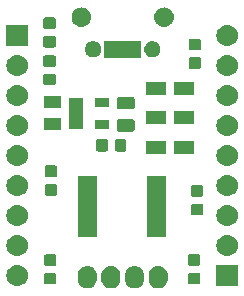
<source format=gts>
G04 #@! TF.GenerationSoftware,KiCad,Pcbnew,(5.1.2)-1*
G04 #@! TF.CreationDate,2022-09-21T22:05:37+09:00*
G04 #@! TF.ProjectId,converter,636f6e76-6572-4746-9572-2e6b69636164,v2.0*
G04 #@! TF.SameCoordinates,Original*
G04 #@! TF.FileFunction,Soldermask,Top*
G04 #@! TF.FilePolarity,Negative*
%FSLAX46Y46*%
G04 Gerber Fmt 4.6, Leading zero omitted, Abs format (unit mm)*
G04 Created by KiCad (PCBNEW (5.1.2)-1) date 2022-09-21 22:05:37*
%MOMM*%
%LPD*%
G04 APERTURE LIST*
%ADD10C,0.100000*%
G04 APERTURE END LIST*
D10*
G36*
X105159376Y-149060764D02*
G01*
X105312525Y-149107221D01*
X105312630Y-149107253D01*
X105453863Y-149182744D01*
X105577659Y-149284341D01*
X105679256Y-149408137D01*
X105754747Y-149549370D01*
X105754748Y-149549373D01*
X105801236Y-149702625D01*
X105813000Y-149822068D01*
X105813000Y-150177933D01*
X105801236Y-150297376D01*
X105781332Y-150362991D01*
X105754747Y-150450630D01*
X105679256Y-150591863D01*
X105577659Y-150715659D01*
X105453863Y-150817256D01*
X105312629Y-150892747D01*
X105312626Y-150892748D01*
X105159375Y-150939236D01*
X105000000Y-150954933D01*
X104840624Y-150939236D01*
X104687373Y-150892748D01*
X104687370Y-150892747D01*
X104546137Y-150817256D01*
X104422341Y-150715659D01*
X104320744Y-150591863D01*
X104245253Y-150450629D01*
X104231533Y-150405401D01*
X104198764Y-150297375D01*
X104190921Y-150217746D01*
X104187000Y-150177933D01*
X104187000Y-149822066D01*
X104198421Y-149706110D01*
X104198764Y-149702624D01*
X104245252Y-149549373D01*
X104245253Y-149549370D01*
X104320744Y-149408137D01*
X104422341Y-149284341D01*
X104546137Y-149182744D01*
X104687371Y-149107253D01*
X104687476Y-149107221D01*
X104840625Y-149060764D01*
X105000000Y-149045067D01*
X105159376Y-149060764D01*
X105159376Y-149060764D01*
G37*
G36*
X107159376Y-149060764D02*
G01*
X107312525Y-149107221D01*
X107312630Y-149107253D01*
X107453863Y-149182744D01*
X107577659Y-149284341D01*
X107679256Y-149408137D01*
X107754747Y-149549370D01*
X107754748Y-149549373D01*
X107801236Y-149702625D01*
X107813000Y-149822068D01*
X107813000Y-150177933D01*
X107801236Y-150297376D01*
X107781332Y-150362991D01*
X107754747Y-150450630D01*
X107679256Y-150591863D01*
X107577659Y-150715659D01*
X107453863Y-150817256D01*
X107312629Y-150892747D01*
X107312626Y-150892748D01*
X107159375Y-150939236D01*
X107000000Y-150954933D01*
X106840624Y-150939236D01*
X106687373Y-150892748D01*
X106687370Y-150892747D01*
X106546137Y-150817256D01*
X106422341Y-150715659D01*
X106320744Y-150591863D01*
X106245253Y-150450629D01*
X106231533Y-150405401D01*
X106198764Y-150297375D01*
X106190921Y-150217746D01*
X106187000Y-150177933D01*
X106187000Y-149822066D01*
X106198421Y-149706110D01*
X106198764Y-149702624D01*
X106245252Y-149549373D01*
X106245253Y-149549370D01*
X106320744Y-149408137D01*
X106422341Y-149284341D01*
X106546137Y-149182744D01*
X106687371Y-149107253D01*
X106687476Y-149107221D01*
X106840625Y-149060764D01*
X107000000Y-149045067D01*
X107159376Y-149060764D01*
X107159376Y-149060764D01*
G37*
G36*
X111159376Y-149060764D02*
G01*
X111312525Y-149107221D01*
X111312630Y-149107253D01*
X111453863Y-149182744D01*
X111577659Y-149284341D01*
X111679256Y-149408137D01*
X111754747Y-149549370D01*
X111754748Y-149549373D01*
X111801236Y-149702625D01*
X111813000Y-149822068D01*
X111813000Y-150177933D01*
X111801236Y-150297376D01*
X111781332Y-150362991D01*
X111754747Y-150450630D01*
X111679256Y-150591863D01*
X111577659Y-150715659D01*
X111453863Y-150817256D01*
X111312629Y-150892747D01*
X111312626Y-150892748D01*
X111159375Y-150939236D01*
X111000000Y-150954933D01*
X110840624Y-150939236D01*
X110687373Y-150892748D01*
X110687370Y-150892747D01*
X110546137Y-150817256D01*
X110422341Y-150715659D01*
X110320744Y-150591863D01*
X110245253Y-150450629D01*
X110231533Y-150405401D01*
X110198764Y-150297375D01*
X110190921Y-150217746D01*
X110187000Y-150177933D01*
X110187000Y-149822066D01*
X110198421Y-149706110D01*
X110198764Y-149702624D01*
X110245252Y-149549373D01*
X110245253Y-149549370D01*
X110320744Y-149408137D01*
X110422341Y-149284341D01*
X110546137Y-149182744D01*
X110687371Y-149107253D01*
X110687476Y-149107221D01*
X110840625Y-149060764D01*
X111000000Y-149045067D01*
X111159376Y-149060764D01*
X111159376Y-149060764D01*
G37*
G36*
X109159376Y-149060764D02*
G01*
X109312525Y-149107221D01*
X109312630Y-149107253D01*
X109453863Y-149182744D01*
X109577659Y-149284341D01*
X109679256Y-149408137D01*
X109754747Y-149549370D01*
X109754748Y-149549373D01*
X109801236Y-149702625D01*
X109813000Y-149822068D01*
X109813000Y-150177933D01*
X109801236Y-150297376D01*
X109781332Y-150362991D01*
X109754747Y-150450630D01*
X109679256Y-150591863D01*
X109577659Y-150715659D01*
X109453863Y-150817256D01*
X109312629Y-150892747D01*
X109312626Y-150892748D01*
X109159375Y-150939236D01*
X109000000Y-150954933D01*
X108840624Y-150939236D01*
X108687373Y-150892748D01*
X108687370Y-150892747D01*
X108546137Y-150817256D01*
X108422341Y-150715659D01*
X108320744Y-150591863D01*
X108245253Y-150450629D01*
X108231533Y-150405401D01*
X108198764Y-150297375D01*
X108190921Y-150217746D01*
X108187000Y-150177933D01*
X108187000Y-149822066D01*
X108198421Y-149706110D01*
X108198764Y-149702624D01*
X108245252Y-149549373D01*
X108245253Y-149549370D01*
X108320744Y-149408137D01*
X108422341Y-149284341D01*
X108546137Y-149182744D01*
X108687371Y-149107253D01*
X108687476Y-149107221D01*
X108840625Y-149060764D01*
X109000000Y-149045067D01*
X109159376Y-149060764D01*
X109159376Y-149060764D01*
G37*
G36*
X99170443Y-148965519D02*
G01*
X99236627Y-148972037D01*
X99406466Y-149023557D01*
X99562991Y-149107222D01*
X99598729Y-149136552D01*
X99700186Y-149219814D01*
X99783448Y-149321271D01*
X99812778Y-149357009D01*
X99896443Y-149513534D01*
X99947963Y-149683373D01*
X99965359Y-149860000D01*
X99947963Y-150036627D01*
X99896443Y-150206466D01*
X99812778Y-150362991D01*
X99795741Y-150383750D01*
X99700186Y-150500186D01*
X99614061Y-150570866D01*
X99562991Y-150612778D01*
X99406466Y-150696443D01*
X99236627Y-150747963D01*
X99170443Y-150754481D01*
X99104260Y-150761000D01*
X99015740Y-150761000D01*
X98949557Y-150754481D01*
X98883373Y-150747963D01*
X98713534Y-150696443D01*
X98557009Y-150612778D01*
X98505939Y-150570866D01*
X98419814Y-150500186D01*
X98324259Y-150383750D01*
X98307222Y-150362991D01*
X98223557Y-150206466D01*
X98172037Y-150036627D01*
X98154641Y-149860000D01*
X98172037Y-149683373D01*
X98223557Y-149513534D01*
X98307222Y-149357009D01*
X98336552Y-149321271D01*
X98419814Y-149219814D01*
X98521271Y-149136552D01*
X98557009Y-149107222D01*
X98713534Y-149023557D01*
X98883373Y-148972037D01*
X98949557Y-148965519D01*
X99015740Y-148959000D01*
X99104260Y-148959000D01*
X99170443Y-148965519D01*
X99170443Y-148965519D01*
G37*
G36*
X117741000Y-150761000D02*
G01*
X115939000Y-150761000D01*
X115939000Y-148959000D01*
X117741000Y-148959000D01*
X117741000Y-150761000D01*
X117741000Y-150761000D01*
G37*
G36*
X102233591Y-149655085D02*
G01*
X102267569Y-149665393D01*
X102298890Y-149682134D01*
X102326339Y-149704661D01*
X102348866Y-149732110D01*
X102365607Y-149763431D01*
X102375915Y-149797409D01*
X102380000Y-149838890D01*
X102380000Y-150440110D01*
X102375915Y-150481591D01*
X102365607Y-150515569D01*
X102348866Y-150546890D01*
X102326339Y-150574339D01*
X102298890Y-150596866D01*
X102267569Y-150613607D01*
X102233591Y-150623915D01*
X102192110Y-150628000D01*
X101515890Y-150628000D01*
X101474409Y-150623915D01*
X101440431Y-150613607D01*
X101409110Y-150596866D01*
X101381661Y-150574339D01*
X101359134Y-150546890D01*
X101342393Y-150515569D01*
X101332085Y-150481591D01*
X101328000Y-150440110D01*
X101328000Y-149838890D01*
X101332085Y-149797409D01*
X101342393Y-149763431D01*
X101359134Y-149732110D01*
X101381661Y-149704661D01*
X101409110Y-149682134D01*
X101440431Y-149665393D01*
X101474409Y-149655085D01*
X101515890Y-149651000D01*
X102192110Y-149651000D01*
X102233591Y-149655085D01*
X102233591Y-149655085D01*
G37*
G36*
X114425591Y-149629085D02*
G01*
X114459569Y-149639393D01*
X114490890Y-149656134D01*
X114518339Y-149678661D01*
X114540866Y-149706110D01*
X114557607Y-149737431D01*
X114567915Y-149771409D01*
X114572000Y-149812890D01*
X114572000Y-150414110D01*
X114567915Y-150455591D01*
X114557607Y-150489569D01*
X114540866Y-150520890D01*
X114518339Y-150548339D01*
X114490890Y-150570866D01*
X114459569Y-150587607D01*
X114425591Y-150597915D01*
X114384110Y-150602000D01*
X113707890Y-150602000D01*
X113666409Y-150597915D01*
X113632431Y-150587607D01*
X113601110Y-150570866D01*
X113573661Y-150548339D01*
X113551134Y-150520890D01*
X113534393Y-150489569D01*
X113524085Y-150455591D01*
X113520000Y-150414110D01*
X113520000Y-149812890D01*
X113524085Y-149771409D01*
X113534393Y-149737431D01*
X113551134Y-149706110D01*
X113573661Y-149678661D01*
X113601110Y-149656134D01*
X113632431Y-149639393D01*
X113666409Y-149629085D01*
X113707890Y-149625000D01*
X114384110Y-149625000D01*
X114425591Y-149629085D01*
X114425591Y-149629085D01*
G37*
G36*
X102233591Y-148080085D02*
G01*
X102267569Y-148090393D01*
X102298890Y-148107134D01*
X102326339Y-148129661D01*
X102348866Y-148157110D01*
X102365607Y-148188431D01*
X102375915Y-148222409D01*
X102380000Y-148263890D01*
X102380000Y-148865110D01*
X102375915Y-148906591D01*
X102365607Y-148940569D01*
X102348866Y-148971890D01*
X102326339Y-148999339D01*
X102298890Y-149021866D01*
X102267569Y-149038607D01*
X102233591Y-149048915D01*
X102192110Y-149053000D01*
X101515890Y-149053000D01*
X101474409Y-149048915D01*
X101440431Y-149038607D01*
X101409110Y-149021866D01*
X101381661Y-148999339D01*
X101359134Y-148971890D01*
X101342393Y-148940569D01*
X101332085Y-148906591D01*
X101328000Y-148865110D01*
X101328000Y-148263890D01*
X101332085Y-148222409D01*
X101342393Y-148188431D01*
X101359134Y-148157110D01*
X101381661Y-148129661D01*
X101409110Y-148107134D01*
X101440431Y-148090393D01*
X101474409Y-148080085D01*
X101515890Y-148076000D01*
X102192110Y-148076000D01*
X102233591Y-148080085D01*
X102233591Y-148080085D01*
G37*
G36*
X114425591Y-148054085D02*
G01*
X114459569Y-148064393D01*
X114490890Y-148081134D01*
X114518339Y-148103661D01*
X114540866Y-148131110D01*
X114557607Y-148162431D01*
X114567915Y-148196409D01*
X114572000Y-148237890D01*
X114572000Y-148839110D01*
X114567915Y-148880591D01*
X114557607Y-148914569D01*
X114540866Y-148945890D01*
X114518339Y-148973339D01*
X114490890Y-148995866D01*
X114459569Y-149012607D01*
X114425591Y-149022915D01*
X114384110Y-149027000D01*
X113707890Y-149027000D01*
X113666409Y-149022915D01*
X113632431Y-149012607D01*
X113601110Y-148995866D01*
X113573661Y-148973339D01*
X113551134Y-148945890D01*
X113534393Y-148914569D01*
X113524085Y-148880591D01*
X113520000Y-148839110D01*
X113520000Y-148237890D01*
X113524085Y-148196409D01*
X113534393Y-148162431D01*
X113551134Y-148131110D01*
X113573661Y-148103661D01*
X113601110Y-148081134D01*
X113632431Y-148064393D01*
X113666409Y-148054085D01*
X113707890Y-148050000D01*
X114384110Y-148050000D01*
X114425591Y-148054085D01*
X114425591Y-148054085D01*
G37*
G36*
X116950442Y-146425518D02*
G01*
X117016627Y-146432037D01*
X117186466Y-146483557D01*
X117342991Y-146567222D01*
X117345157Y-146569000D01*
X117480186Y-146679814D01*
X117563448Y-146781271D01*
X117592778Y-146817009D01*
X117676443Y-146973534D01*
X117727963Y-147143373D01*
X117745359Y-147320000D01*
X117727963Y-147496627D01*
X117676443Y-147666466D01*
X117592778Y-147822991D01*
X117563448Y-147858729D01*
X117480186Y-147960186D01*
X117378729Y-148043448D01*
X117342991Y-148072778D01*
X117186466Y-148156443D01*
X117016627Y-148207963D01*
X116950442Y-148214482D01*
X116884260Y-148221000D01*
X116795740Y-148221000D01*
X116729558Y-148214482D01*
X116663373Y-148207963D01*
X116493534Y-148156443D01*
X116337009Y-148072778D01*
X116301271Y-148043448D01*
X116199814Y-147960186D01*
X116116552Y-147858729D01*
X116087222Y-147822991D01*
X116003557Y-147666466D01*
X115952037Y-147496627D01*
X115934641Y-147320000D01*
X115952037Y-147143373D01*
X116003557Y-146973534D01*
X116087222Y-146817009D01*
X116116552Y-146781271D01*
X116199814Y-146679814D01*
X116334843Y-146569000D01*
X116337009Y-146567222D01*
X116493534Y-146483557D01*
X116663373Y-146432037D01*
X116729558Y-146425518D01*
X116795740Y-146419000D01*
X116884260Y-146419000D01*
X116950442Y-146425518D01*
X116950442Y-146425518D01*
G37*
G36*
X99170442Y-146425518D02*
G01*
X99236627Y-146432037D01*
X99406466Y-146483557D01*
X99562991Y-146567222D01*
X99565157Y-146569000D01*
X99700186Y-146679814D01*
X99783448Y-146781271D01*
X99812778Y-146817009D01*
X99896443Y-146973534D01*
X99947963Y-147143373D01*
X99965359Y-147320000D01*
X99947963Y-147496627D01*
X99896443Y-147666466D01*
X99812778Y-147822991D01*
X99783448Y-147858729D01*
X99700186Y-147960186D01*
X99598729Y-148043448D01*
X99562991Y-148072778D01*
X99406466Y-148156443D01*
X99236627Y-148207963D01*
X99170442Y-148214482D01*
X99104260Y-148221000D01*
X99015740Y-148221000D01*
X98949558Y-148214482D01*
X98883373Y-148207963D01*
X98713534Y-148156443D01*
X98557009Y-148072778D01*
X98521271Y-148043448D01*
X98419814Y-147960186D01*
X98336552Y-147858729D01*
X98307222Y-147822991D01*
X98223557Y-147666466D01*
X98172037Y-147496627D01*
X98154641Y-147320000D01*
X98172037Y-147143373D01*
X98223557Y-146973534D01*
X98307222Y-146817009D01*
X98336552Y-146781271D01*
X98419814Y-146679814D01*
X98554843Y-146569000D01*
X98557009Y-146567222D01*
X98713534Y-146483557D01*
X98883373Y-146432037D01*
X98949558Y-146425518D01*
X99015740Y-146419000D01*
X99104260Y-146419000D01*
X99170442Y-146425518D01*
X99170442Y-146425518D01*
G37*
G36*
X111701000Y-146569000D02*
G01*
X110099000Y-146569000D01*
X110099000Y-141467000D01*
X111701000Y-141467000D01*
X111701000Y-146569000D01*
X111701000Y-146569000D01*
G37*
G36*
X105801000Y-146569000D02*
G01*
X104199000Y-146569000D01*
X104199000Y-141467000D01*
X105801000Y-141467000D01*
X105801000Y-146569000D01*
X105801000Y-146569000D01*
G37*
G36*
X99170443Y-143885519D02*
G01*
X99236627Y-143892037D01*
X99406466Y-143943557D01*
X99406468Y-143943558D01*
X99481379Y-143983599D01*
X99562991Y-144027222D01*
X99598729Y-144056552D01*
X99700186Y-144139814D01*
X99783448Y-144241271D01*
X99812778Y-144277009D01*
X99896443Y-144433534D01*
X99947963Y-144603373D01*
X99965359Y-144780000D01*
X99947963Y-144956627D01*
X99896443Y-145126466D01*
X99812778Y-145282991D01*
X99783448Y-145318729D01*
X99700186Y-145420186D01*
X99598729Y-145503448D01*
X99562991Y-145532778D01*
X99406466Y-145616443D01*
X99236627Y-145667963D01*
X99170443Y-145674481D01*
X99104260Y-145681000D01*
X99015740Y-145681000D01*
X98949557Y-145674481D01*
X98883373Y-145667963D01*
X98713534Y-145616443D01*
X98557009Y-145532778D01*
X98521271Y-145503448D01*
X98419814Y-145420186D01*
X98336552Y-145318729D01*
X98307222Y-145282991D01*
X98223557Y-145126466D01*
X98172037Y-144956627D01*
X98154641Y-144780000D01*
X98172037Y-144603373D01*
X98223557Y-144433534D01*
X98307222Y-144277009D01*
X98336552Y-144241271D01*
X98419814Y-144139814D01*
X98521271Y-144056552D01*
X98557009Y-144027222D01*
X98638621Y-143983599D01*
X98713532Y-143943558D01*
X98713534Y-143943557D01*
X98883373Y-143892037D01*
X98949557Y-143885519D01*
X99015740Y-143879000D01*
X99104260Y-143879000D01*
X99170443Y-143885519D01*
X99170443Y-143885519D01*
G37*
G36*
X116950443Y-143885519D02*
G01*
X117016627Y-143892037D01*
X117186466Y-143943557D01*
X117186468Y-143943558D01*
X117261379Y-143983599D01*
X117342991Y-144027222D01*
X117378729Y-144056552D01*
X117480186Y-144139814D01*
X117563448Y-144241271D01*
X117592778Y-144277009D01*
X117676443Y-144433534D01*
X117727963Y-144603373D01*
X117745359Y-144780000D01*
X117727963Y-144956627D01*
X117676443Y-145126466D01*
X117592778Y-145282991D01*
X117563448Y-145318729D01*
X117480186Y-145420186D01*
X117378729Y-145503448D01*
X117342991Y-145532778D01*
X117186466Y-145616443D01*
X117016627Y-145667963D01*
X116950443Y-145674481D01*
X116884260Y-145681000D01*
X116795740Y-145681000D01*
X116729557Y-145674481D01*
X116663373Y-145667963D01*
X116493534Y-145616443D01*
X116337009Y-145532778D01*
X116301271Y-145503448D01*
X116199814Y-145420186D01*
X116116552Y-145318729D01*
X116087222Y-145282991D01*
X116003557Y-145126466D01*
X115952037Y-144956627D01*
X115934641Y-144780000D01*
X115952037Y-144603373D01*
X116003557Y-144433534D01*
X116087222Y-144277009D01*
X116116552Y-144241271D01*
X116199814Y-144139814D01*
X116301271Y-144056552D01*
X116337009Y-144027222D01*
X116418621Y-143983599D01*
X116493532Y-143943558D01*
X116493534Y-143943557D01*
X116663373Y-143892037D01*
X116729557Y-143885519D01*
X116795740Y-143879000D01*
X116884260Y-143879000D01*
X116950443Y-143885519D01*
X116950443Y-143885519D01*
G37*
G36*
X114679591Y-143791085D02*
G01*
X114713569Y-143801393D01*
X114744890Y-143818134D01*
X114772339Y-143840661D01*
X114794866Y-143868110D01*
X114811607Y-143899431D01*
X114821915Y-143933409D01*
X114826000Y-143974890D01*
X114826000Y-144576110D01*
X114821915Y-144617591D01*
X114811607Y-144651569D01*
X114794866Y-144682890D01*
X114772339Y-144710339D01*
X114744890Y-144732866D01*
X114713569Y-144749607D01*
X114679591Y-144759915D01*
X114638110Y-144764000D01*
X113961890Y-144764000D01*
X113920409Y-144759915D01*
X113886431Y-144749607D01*
X113855110Y-144732866D01*
X113827661Y-144710339D01*
X113805134Y-144682890D01*
X113788393Y-144651569D01*
X113778085Y-144617591D01*
X113774000Y-144576110D01*
X113774000Y-143974890D01*
X113778085Y-143933409D01*
X113788393Y-143899431D01*
X113805134Y-143868110D01*
X113827661Y-143840661D01*
X113855110Y-143818134D01*
X113886431Y-143801393D01*
X113920409Y-143791085D01*
X113961890Y-143787000D01*
X114638110Y-143787000D01*
X114679591Y-143791085D01*
X114679591Y-143791085D01*
G37*
G36*
X114679591Y-142216085D02*
G01*
X114713569Y-142226393D01*
X114744890Y-142243134D01*
X114772339Y-142265661D01*
X114794866Y-142293110D01*
X114811607Y-142324431D01*
X114821915Y-142358409D01*
X114826000Y-142399890D01*
X114826000Y-143001110D01*
X114821915Y-143042591D01*
X114811607Y-143076569D01*
X114794866Y-143107890D01*
X114772339Y-143135339D01*
X114744890Y-143157866D01*
X114713569Y-143174607D01*
X114679591Y-143184915D01*
X114638110Y-143189000D01*
X113961890Y-143189000D01*
X113920409Y-143184915D01*
X113886431Y-143174607D01*
X113855110Y-143157866D01*
X113827661Y-143135339D01*
X113805134Y-143107890D01*
X113788393Y-143076569D01*
X113778085Y-143042591D01*
X113774000Y-143001110D01*
X113774000Y-142399890D01*
X113778085Y-142358409D01*
X113788393Y-142324431D01*
X113805134Y-142293110D01*
X113827661Y-142265661D01*
X113855110Y-142243134D01*
X113886431Y-142226393D01*
X113920409Y-142216085D01*
X113961890Y-142212000D01*
X114638110Y-142212000D01*
X114679591Y-142216085D01*
X114679591Y-142216085D01*
G37*
G36*
X116950442Y-141345518D02*
G01*
X117016627Y-141352037D01*
X117186466Y-141403557D01*
X117186468Y-141403558D01*
X117258181Y-141441890D01*
X117342991Y-141487222D01*
X117378729Y-141516552D01*
X117480186Y-141599814D01*
X117563448Y-141701271D01*
X117592778Y-141737009D01*
X117676443Y-141893534D01*
X117727963Y-142063373D01*
X117745359Y-142240000D01*
X117727963Y-142416627D01*
X117676443Y-142586466D01*
X117592778Y-142742991D01*
X117573074Y-142767000D01*
X117480186Y-142880186D01*
X117393177Y-142951591D01*
X117342991Y-142992778D01*
X117186466Y-143076443D01*
X117016627Y-143127963D01*
X116950443Y-143134481D01*
X116884260Y-143141000D01*
X116795740Y-143141000D01*
X116729557Y-143134481D01*
X116663373Y-143127963D01*
X116493534Y-143076443D01*
X116337009Y-142992778D01*
X116286823Y-142951591D01*
X116199814Y-142880186D01*
X116106926Y-142767000D01*
X116087222Y-142742991D01*
X116003557Y-142586466D01*
X115952037Y-142416627D01*
X115934641Y-142240000D01*
X115952037Y-142063373D01*
X116003557Y-141893534D01*
X116087222Y-141737009D01*
X116116552Y-141701271D01*
X116199814Y-141599814D01*
X116301271Y-141516552D01*
X116337009Y-141487222D01*
X116421819Y-141441890D01*
X116493532Y-141403558D01*
X116493534Y-141403557D01*
X116663373Y-141352037D01*
X116729558Y-141345518D01*
X116795740Y-141339000D01*
X116884260Y-141339000D01*
X116950442Y-141345518D01*
X116950442Y-141345518D01*
G37*
G36*
X99170442Y-141345518D02*
G01*
X99236627Y-141352037D01*
X99406466Y-141403557D01*
X99406468Y-141403558D01*
X99478181Y-141441890D01*
X99562991Y-141487222D01*
X99598729Y-141516552D01*
X99700186Y-141599814D01*
X99783448Y-141701271D01*
X99812778Y-141737009D01*
X99896443Y-141893534D01*
X99947963Y-142063373D01*
X99965359Y-142240000D01*
X99947963Y-142416627D01*
X99896443Y-142586466D01*
X99812778Y-142742991D01*
X99793074Y-142767000D01*
X99700186Y-142880186D01*
X99613177Y-142951591D01*
X99562991Y-142992778D01*
X99406466Y-143076443D01*
X99236627Y-143127963D01*
X99170443Y-143134481D01*
X99104260Y-143141000D01*
X99015740Y-143141000D01*
X98949557Y-143134481D01*
X98883373Y-143127963D01*
X98713534Y-143076443D01*
X98557009Y-142992778D01*
X98506823Y-142951591D01*
X98419814Y-142880186D01*
X98326926Y-142767000D01*
X98307222Y-142742991D01*
X98223557Y-142586466D01*
X98172037Y-142416627D01*
X98154641Y-142240000D01*
X98172037Y-142063373D01*
X98223557Y-141893534D01*
X98307222Y-141737009D01*
X98336552Y-141701271D01*
X98419814Y-141599814D01*
X98521271Y-141516552D01*
X98557009Y-141487222D01*
X98641819Y-141441890D01*
X98713532Y-141403558D01*
X98713534Y-141403557D01*
X98883373Y-141352037D01*
X98949558Y-141345518D01*
X99015740Y-141339000D01*
X99104260Y-141339000D01*
X99170442Y-141345518D01*
X99170442Y-141345518D01*
G37*
G36*
X102303591Y-142125085D02*
G01*
X102337569Y-142135393D01*
X102368890Y-142152134D01*
X102396339Y-142174661D01*
X102418866Y-142202110D01*
X102435607Y-142233431D01*
X102445915Y-142267409D01*
X102450000Y-142308890D01*
X102450000Y-142910110D01*
X102445915Y-142951591D01*
X102435607Y-142985569D01*
X102418866Y-143016890D01*
X102396339Y-143044339D01*
X102368890Y-143066866D01*
X102337569Y-143083607D01*
X102303591Y-143093915D01*
X102262110Y-143098000D01*
X101585890Y-143098000D01*
X101544409Y-143093915D01*
X101510431Y-143083607D01*
X101479110Y-143066866D01*
X101451661Y-143044339D01*
X101429134Y-143016890D01*
X101412393Y-142985569D01*
X101402085Y-142951591D01*
X101398000Y-142910110D01*
X101398000Y-142308890D01*
X101402085Y-142267409D01*
X101412393Y-142233431D01*
X101429134Y-142202110D01*
X101451661Y-142174661D01*
X101479110Y-142152134D01*
X101510431Y-142135393D01*
X101544409Y-142125085D01*
X101585890Y-142121000D01*
X102262110Y-142121000D01*
X102303591Y-142125085D01*
X102303591Y-142125085D01*
G37*
G36*
X102303591Y-140550085D02*
G01*
X102337569Y-140560393D01*
X102368890Y-140577134D01*
X102396339Y-140599661D01*
X102418866Y-140627110D01*
X102435607Y-140658431D01*
X102445915Y-140692409D01*
X102450000Y-140733890D01*
X102450000Y-141335110D01*
X102445915Y-141376591D01*
X102435607Y-141410569D01*
X102418866Y-141441890D01*
X102396339Y-141469339D01*
X102368890Y-141491866D01*
X102337569Y-141508607D01*
X102303591Y-141518915D01*
X102262110Y-141523000D01*
X101585890Y-141523000D01*
X101544409Y-141518915D01*
X101510431Y-141508607D01*
X101479110Y-141491866D01*
X101451661Y-141469339D01*
X101429134Y-141441890D01*
X101412393Y-141410569D01*
X101402085Y-141376591D01*
X101398000Y-141335110D01*
X101398000Y-140733890D01*
X101402085Y-140692409D01*
X101412393Y-140658431D01*
X101429134Y-140627110D01*
X101451661Y-140599661D01*
X101479110Y-140577134D01*
X101510431Y-140560393D01*
X101544409Y-140550085D01*
X101585890Y-140546000D01*
X102262110Y-140546000D01*
X102303591Y-140550085D01*
X102303591Y-140550085D01*
G37*
G36*
X99170442Y-138805518D02*
G01*
X99236627Y-138812037D01*
X99406466Y-138863557D01*
X99562991Y-138947222D01*
X99598729Y-138976552D01*
X99700186Y-139059814D01*
X99783448Y-139161271D01*
X99812778Y-139197009D01*
X99896443Y-139353534D01*
X99947963Y-139523373D01*
X99965359Y-139700000D01*
X99947963Y-139876627D01*
X99896443Y-140046466D01*
X99812778Y-140202991D01*
X99783448Y-140238729D01*
X99700186Y-140340186D01*
X99598729Y-140423448D01*
X99562991Y-140452778D01*
X99406466Y-140536443D01*
X99236627Y-140587963D01*
X99170442Y-140594482D01*
X99104260Y-140601000D01*
X99015740Y-140601000D01*
X98949558Y-140594482D01*
X98883373Y-140587963D01*
X98713534Y-140536443D01*
X98557009Y-140452778D01*
X98521271Y-140423448D01*
X98419814Y-140340186D01*
X98336552Y-140238729D01*
X98307222Y-140202991D01*
X98223557Y-140046466D01*
X98172037Y-139876627D01*
X98154641Y-139700000D01*
X98172037Y-139523373D01*
X98223557Y-139353534D01*
X98307222Y-139197009D01*
X98336552Y-139161271D01*
X98419814Y-139059814D01*
X98521271Y-138976552D01*
X98557009Y-138947222D01*
X98713534Y-138863557D01*
X98883373Y-138812037D01*
X98949558Y-138805518D01*
X99015740Y-138799000D01*
X99104260Y-138799000D01*
X99170442Y-138805518D01*
X99170442Y-138805518D01*
G37*
G36*
X116950442Y-138805518D02*
G01*
X117016627Y-138812037D01*
X117186466Y-138863557D01*
X117342991Y-138947222D01*
X117378729Y-138976552D01*
X117480186Y-139059814D01*
X117563448Y-139161271D01*
X117592778Y-139197009D01*
X117676443Y-139353534D01*
X117727963Y-139523373D01*
X117745359Y-139700000D01*
X117727963Y-139876627D01*
X117676443Y-140046466D01*
X117592778Y-140202991D01*
X117563448Y-140238729D01*
X117480186Y-140340186D01*
X117378729Y-140423448D01*
X117342991Y-140452778D01*
X117186466Y-140536443D01*
X117016627Y-140587963D01*
X116950442Y-140594482D01*
X116884260Y-140601000D01*
X116795740Y-140601000D01*
X116729558Y-140594482D01*
X116663373Y-140587963D01*
X116493534Y-140536443D01*
X116337009Y-140452778D01*
X116301271Y-140423448D01*
X116199814Y-140340186D01*
X116116552Y-140238729D01*
X116087222Y-140202991D01*
X116003557Y-140046466D01*
X115952037Y-139876627D01*
X115934641Y-139700000D01*
X115952037Y-139523373D01*
X116003557Y-139353534D01*
X116087222Y-139197009D01*
X116116552Y-139161271D01*
X116199814Y-139059814D01*
X116301271Y-138976552D01*
X116337009Y-138947222D01*
X116493534Y-138863557D01*
X116663373Y-138812037D01*
X116729558Y-138805518D01*
X116795740Y-138799000D01*
X116884260Y-138799000D01*
X116950442Y-138805518D01*
X116950442Y-138805518D01*
G37*
G36*
X114051000Y-139551000D02*
G01*
X112349000Y-139551000D01*
X112349000Y-138449000D01*
X114051000Y-138449000D01*
X114051000Y-139551000D01*
X114051000Y-139551000D01*
G37*
G36*
X111651000Y-139551000D02*
G01*
X109949000Y-139551000D01*
X109949000Y-138449000D01*
X111651000Y-138449000D01*
X111651000Y-139551000D01*
X111651000Y-139551000D01*
G37*
G36*
X108171591Y-138324085D02*
G01*
X108205569Y-138334393D01*
X108236890Y-138351134D01*
X108264339Y-138373661D01*
X108286866Y-138401110D01*
X108303607Y-138432431D01*
X108313915Y-138466409D01*
X108318000Y-138507890D01*
X108318000Y-139184110D01*
X108313915Y-139225591D01*
X108303607Y-139259569D01*
X108286866Y-139290890D01*
X108264339Y-139318339D01*
X108236890Y-139340866D01*
X108205569Y-139357607D01*
X108171591Y-139367915D01*
X108130110Y-139372000D01*
X107528890Y-139372000D01*
X107487409Y-139367915D01*
X107453431Y-139357607D01*
X107422110Y-139340866D01*
X107394661Y-139318339D01*
X107372134Y-139290890D01*
X107355393Y-139259569D01*
X107345085Y-139225591D01*
X107341000Y-139184110D01*
X107341000Y-138507890D01*
X107345085Y-138466409D01*
X107355393Y-138432431D01*
X107372134Y-138401110D01*
X107394661Y-138373661D01*
X107422110Y-138351134D01*
X107453431Y-138334393D01*
X107487409Y-138324085D01*
X107528890Y-138320000D01*
X108130110Y-138320000D01*
X108171591Y-138324085D01*
X108171591Y-138324085D01*
G37*
G36*
X106596591Y-138324085D02*
G01*
X106630569Y-138334393D01*
X106661890Y-138351134D01*
X106689339Y-138373661D01*
X106711866Y-138401110D01*
X106728607Y-138432431D01*
X106738915Y-138466409D01*
X106743000Y-138507890D01*
X106743000Y-139184110D01*
X106738915Y-139225591D01*
X106728607Y-139259569D01*
X106711866Y-139290890D01*
X106689339Y-139318339D01*
X106661890Y-139340866D01*
X106630569Y-139357607D01*
X106596591Y-139367915D01*
X106555110Y-139372000D01*
X105953890Y-139372000D01*
X105912409Y-139367915D01*
X105878431Y-139357607D01*
X105847110Y-139340866D01*
X105819661Y-139318339D01*
X105797134Y-139290890D01*
X105780393Y-139259569D01*
X105770085Y-139225591D01*
X105766000Y-139184110D01*
X105766000Y-138507890D01*
X105770085Y-138466409D01*
X105780393Y-138432431D01*
X105797134Y-138401110D01*
X105819661Y-138373661D01*
X105847110Y-138351134D01*
X105878431Y-138334393D01*
X105912409Y-138324085D01*
X105953890Y-138320000D01*
X106555110Y-138320000D01*
X106596591Y-138324085D01*
X106596591Y-138324085D01*
G37*
G36*
X116950443Y-136265519D02*
G01*
X117016627Y-136272037D01*
X117186466Y-136323557D01*
X117342991Y-136407222D01*
X117378729Y-136436552D01*
X117480186Y-136519814D01*
X117555483Y-136611565D01*
X117592778Y-136657009D01*
X117676443Y-136813534D01*
X117727963Y-136983373D01*
X117745359Y-137160000D01*
X117727963Y-137336627D01*
X117676443Y-137506466D01*
X117592778Y-137662991D01*
X117575536Y-137684000D01*
X117480186Y-137800186D01*
X117378729Y-137883448D01*
X117342991Y-137912778D01*
X117186466Y-137996443D01*
X117016627Y-138047963D01*
X116950442Y-138054482D01*
X116884260Y-138061000D01*
X116795740Y-138061000D01*
X116729558Y-138054482D01*
X116663373Y-138047963D01*
X116493534Y-137996443D01*
X116337009Y-137912778D01*
X116301271Y-137883448D01*
X116199814Y-137800186D01*
X116104464Y-137684000D01*
X116087222Y-137662991D01*
X116003557Y-137506466D01*
X115952037Y-137336627D01*
X115934641Y-137160000D01*
X115952037Y-136983373D01*
X116003557Y-136813534D01*
X116087222Y-136657009D01*
X116124517Y-136611565D01*
X116199814Y-136519814D01*
X116301271Y-136436552D01*
X116337009Y-136407222D01*
X116493534Y-136323557D01*
X116663373Y-136272037D01*
X116729557Y-136265519D01*
X116795740Y-136259000D01*
X116884260Y-136259000D01*
X116950443Y-136265519D01*
X116950443Y-136265519D01*
G37*
G36*
X99170443Y-136265519D02*
G01*
X99236627Y-136272037D01*
X99406466Y-136323557D01*
X99562991Y-136407222D01*
X99598729Y-136436552D01*
X99700186Y-136519814D01*
X99775483Y-136611565D01*
X99812778Y-136657009D01*
X99896443Y-136813534D01*
X99947963Y-136983373D01*
X99965359Y-137160000D01*
X99947963Y-137336627D01*
X99896443Y-137506466D01*
X99812778Y-137662991D01*
X99795536Y-137684000D01*
X99700186Y-137800186D01*
X99598729Y-137883448D01*
X99562991Y-137912778D01*
X99406466Y-137996443D01*
X99236627Y-138047963D01*
X99170442Y-138054482D01*
X99104260Y-138061000D01*
X99015740Y-138061000D01*
X98949558Y-138054482D01*
X98883373Y-138047963D01*
X98713534Y-137996443D01*
X98557009Y-137912778D01*
X98521271Y-137883448D01*
X98419814Y-137800186D01*
X98324464Y-137684000D01*
X98307222Y-137662991D01*
X98223557Y-137506466D01*
X98172037Y-137336627D01*
X98154641Y-137160000D01*
X98172037Y-136983373D01*
X98223557Y-136813534D01*
X98307222Y-136657009D01*
X98344517Y-136611565D01*
X98419814Y-136519814D01*
X98521271Y-136436552D01*
X98557009Y-136407222D01*
X98713534Y-136323557D01*
X98883373Y-136272037D01*
X98949557Y-136265519D01*
X99015740Y-136259000D01*
X99104260Y-136259000D01*
X99170443Y-136265519D01*
X99170443Y-136265519D01*
G37*
G36*
X108838468Y-136611565D02*
G01*
X108877138Y-136623296D01*
X108912777Y-136642346D01*
X108944017Y-136667983D01*
X108969654Y-136699223D01*
X108988704Y-136734862D01*
X109000435Y-136773532D01*
X109005000Y-136819888D01*
X109005000Y-137471112D01*
X109000435Y-137517468D01*
X108988704Y-137556138D01*
X108969654Y-137591777D01*
X108944017Y-137623017D01*
X108912777Y-137648654D01*
X108877138Y-137667704D01*
X108838468Y-137679435D01*
X108792112Y-137684000D01*
X107715888Y-137684000D01*
X107669532Y-137679435D01*
X107630862Y-137667704D01*
X107595223Y-137648654D01*
X107563983Y-137623017D01*
X107538346Y-137591777D01*
X107519296Y-137556138D01*
X107507565Y-137517468D01*
X107503000Y-137471112D01*
X107503000Y-136819888D01*
X107507565Y-136773532D01*
X107519296Y-136734862D01*
X107538346Y-136699223D01*
X107563983Y-136667983D01*
X107595223Y-136642346D01*
X107630862Y-136623296D01*
X107669532Y-136611565D01*
X107715888Y-136607000D01*
X108792112Y-136607000D01*
X108838468Y-136611565D01*
X108838468Y-136611565D01*
G37*
G36*
X102638468Y-136511565D02*
G01*
X102677138Y-136523296D01*
X102712777Y-136542346D01*
X102744017Y-136567983D01*
X102769654Y-136599223D01*
X102788704Y-136634862D01*
X102800435Y-136673532D01*
X102805000Y-136719888D01*
X102805000Y-137371112D01*
X102800435Y-137417468D01*
X102788704Y-137456138D01*
X102769654Y-137491777D01*
X102744017Y-137523017D01*
X102712777Y-137548654D01*
X102677138Y-137567704D01*
X102638468Y-137579435D01*
X102592112Y-137584000D01*
X101515888Y-137584000D01*
X101469532Y-137579435D01*
X101430862Y-137567704D01*
X101395223Y-137548654D01*
X101363983Y-137523017D01*
X101338346Y-137491777D01*
X101319296Y-137456138D01*
X101307565Y-137417468D01*
X101303000Y-137371112D01*
X101303000Y-136719888D01*
X101307565Y-136673532D01*
X101319296Y-136634862D01*
X101338346Y-136599223D01*
X101363983Y-136567983D01*
X101395223Y-136542346D01*
X101430862Y-136523296D01*
X101469532Y-136511565D01*
X101515888Y-136507000D01*
X102592112Y-136507000D01*
X102638468Y-136511565D01*
X102638468Y-136511565D01*
G37*
G36*
X106835000Y-137472000D02*
G01*
X105673000Y-137472000D01*
X105673000Y-136720000D01*
X106835000Y-136720000D01*
X106835000Y-137472000D01*
X106835000Y-137472000D01*
G37*
G36*
X104635000Y-137472000D02*
G01*
X103473000Y-137472000D01*
X103473000Y-134820000D01*
X104635000Y-134820000D01*
X104635000Y-137472000D01*
X104635000Y-137472000D01*
G37*
G36*
X114051000Y-137051000D02*
G01*
X112349000Y-137051000D01*
X112349000Y-135949000D01*
X114051000Y-135949000D01*
X114051000Y-137051000D01*
X114051000Y-137051000D01*
G37*
G36*
X111651000Y-137051000D02*
G01*
X109949000Y-137051000D01*
X109949000Y-135949000D01*
X111651000Y-135949000D01*
X111651000Y-137051000D01*
X111651000Y-137051000D01*
G37*
G36*
X108838468Y-134736565D02*
G01*
X108877138Y-134748296D01*
X108912777Y-134767346D01*
X108944017Y-134792983D01*
X108969654Y-134824223D01*
X108988704Y-134859862D01*
X109000435Y-134898532D01*
X109005000Y-134944888D01*
X109005000Y-135596112D01*
X109000435Y-135642468D01*
X108988704Y-135681138D01*
X108969654Y-135716777D01*
X108944017Y-135748017D01*
X108912777Y-135773654D01*
X108877138Y-135792704D01*
X108838468Y-135804435D01*
X108792112Y-135809000D01*
X107715888Y-135809000D01*
X107669532Y-135804435D01*
X107630862Y-135792704D01*
X107595223Y-135773654D01*
X107563983Y-135748017D01*
X107538346Y-135716777D01*
X107519296Y-135681138D01*
X107507565Y-135642468D01*
X107503000Y-135596112D01*
X107503000Y-134944888D01*
X107507565Y-134898532D01*
X107519296Y-134859862D01*
X107538346Y-134824223D01*
X107563983Y-134792983D01*
X107595223Y-134767346D01*
X107630862Y-134748296D01*
X107669532Y-134736565D01*
X107715888Y-134732000D01*
X108792112Y-134732000D01*
X108838468Y-134736565D01*
X108838468Y-134736565D01*
G37*
G36*
X102638468Y-134636565D02*
G01*
X102677138Y-134648296D01*
X102712777Y-134667346D01*
X102744017Y-134692983D01*
X102769654Y-134724223D01*
X102788704Y-134759862D01*
X102800435Y-134798532D01*
X102805000Y-134844888D01*
X102805000Y-135496112D01*
X102800435Y-135542468D01*
X102788704Y-135581138D01*
X102769654Y-135616777D01*
X102744017Y-135648017D01*
X102712777Y-135673654D01*
X102677138Y-135692704D01*
X102638468Y-135704435D01*
X102592112Y-135709000D01*
X101515888Y-135709000D01*
X101469532Y-135704435D01*
X101430862Y-135692704D01*
X101395223Y-135673654D01*
X101363983Y-135648017D01*
X101338346Y-135616777D01*
X101319296Y-135581138D01*
X101307565Y-135542468D01*
X101303000Y-135496112D01*
X101303000Y-134844888D01*
X101307565Y-134798532D01*
X101319296Y-134759862D01*
X101338346Y-134724223D01*
X101363983Y-134692983D01*
X101395223Y-134667346D01*
X101430862Y-134648296D01*
X101469532Y-134636565D01*
X101515888Y-134632000D01*
X102592112Y-134632000D01*
X102638468Y-134636565D01*
X102638468Y-134636565D01*
G37*
G36*
X106835000Y-135572000D02*
G01*
X105673000Y-135572000D01*
X105673000Y-134820000D01*
X106835000Y-134820000D01*
X106835000Y-135572000D01*
X106835000Y-135572000D01*
G37*
G36*
X99170443Y-133725519D02*
G01*
X99236627Y-133732037D01*
X99406466Y-133783557D01*
X99562991Y-133867222D01*
X99598729Y-133896552D01*
X99700186Y-133979814D01*
X99783448Y-134081271D01*
X99812778Y-134117009D01*
X99896443Y-134273534D01*
X99947963Y-134443373D01*
X99965359Y-134620000D01*
X99947963Y-134796627D01*
X99896443Y-134966466D01*
X99812778Y-135122991D01*
X99783448Y-135158729D01*
X99700186Y-135260186D01*
X99598729Y-135343448D01*
X99562991Y-135372778D01*
X99406466Y-135456443D01*
X99236627Y-135507963D01*
X99170443Y-135514481D01*
X99104260Y-135521000D01*
X99015740Y-135521000D01*
X98949557Y-135514481D01*
X98883373Y-135507963D01*
X98713534Y-135456443D01*
X98557009Y-135372778D01*
X98521271Y-135343448D01*
X98419814Y-135260186D01*
X98336552Y-135158729D01*
X98307222Y-135122991D01*
X98223557Y-134966466D01*
X98172037Y-134796627D01*
X98154641Y-134620000D01*
X98172037Y-134443373D01*
X98223557Y-134273534D01*
X98307222Y-134117009D01*
X98336552Y-134081271D01*
X98419814Y-133979814D01*
X98521271Y-133896552D01*
X98557009Y-133867222D01*
X98713534Y-133783557D01*
X98883373Y-133732037D01*
X98949557Y-133725519D01*
X99015740Y-133719000D01*
X99104260Y-133719000D01*
X99170443Y-133725519D01*
X99170443Y-133725519D01*
G37*
G36*
X116950443Y-133725519D02*
G01*
X117016627Y-133732037D01*
X117186466Y-133783557D01*
X117342991Y-133867222D01*
X117378729Y-133896552D01*
X117480186Y-133979814D01*
X117563448Y-134081271D01*
X117592778Y-134117009D01*
X117676443Y-134273534D01*
X117727963Y-134443373D01*
X117745359Y-134620000D01*
X117727963Y-134796627D01*
X117676443Y-134966466D01*
X117592778Y-135122991D01*
X117563448Y-135158729D01*
X117480186Y-135260186D01*
X117378729Y-135343448D01*
X117342991Y-135372778D01*
X117186466Y-135456443D01*
X117016627Y-135507963D01*
X116950443Y-135514481D01*
X116884260Y-135521000D01*
X116795740Y-135521000D01*
X116729557Y-135514481D01*
X116663373Y-135507963D01*
X116493534Y-135456443D01*
X116337009Y-135372778D01*
X116301271Y-135343448D01*
X116199814Y-135260186D01*
X116116552Y-135158729D01*
X116087222Y-135122991D01*
X116003557Y-134966466D01*
X115952037Y-134796627D01*
X115934641Y-134620000D01*
X115952037Y-134443373D01*
X116003557Y-134273534D01*
X116087222Y-134117009D01*
X116116552Y-134081271D01*
X116199814Y-133979814D01*
X116301271Y-133896552D01*
X116337009Y-133867222D01*
X116493534Y-133783557D01*
X116663373Y-133732037D01*
X116729557Y-133725519D01*
X116795740Y-133719000D01*
X116884260Y-133719000D01*
X116950443Y-133725519D01*
X116950443Y-133725519D01*
G37*
G36*
X111651000Y-134551000D02*
G01*
X109949000Y-134551000D01*
X109949000Y-133449000D01*
X111651000Y-133449000D01*
X111651000Y-134551000D01*
X111651000Y-134551000D01*
G37*
G36*
X114051000Y-134551000D02*
G01*
X112349000Y-134551000D01*
X112349000Y-133449000D01*
X114051000Y-133449000D01*
X114051000Y-134551000D01*
X114051000Y-134551000D01*
G37*
G36*
X102179591Y-132791085D02*
G01*
X102213569Y-132801393D01*
X102244890Y-132818134D01*
X102272339Y-132840661D01*
X102294866Y-132868110D01*
X102311607Y-132899431D01*
X102321915Y-132933409D01*
X102326000Y-132974890D01*
X102326000Y-133576110D01*
X102321915Y-133617591D01*
X102311607Y-133651569D01*
X102294866Y-133682890D01*
X102272339Y-133710339D01*
X102244890Y-133732866D01*
X102213569Y-133749607D01*
X102179591Y-133759915D01*
X102138110Y-133764000D01*
X101461890Y-133764000D01*
X101420409Y-133759915D01*
X101386431Y-133749607D01*
X101355110Y-133732866D01*
X101327661Y-133710339D01*
X101305134Y-133682890D01*
X101288393Y-133651569D01*
X101278085Y-133617591D01*
X101274000Y-133576110D01*
X101274000Y-132974890D01*
X101278085Y-132933409D01*
X101288393Y-132899431D01*
X101305134Y-132868110D01*
X101327661Y-132840661D01*
X101355110Y-132818134D01*
X101386431Y-132801393D01*
X101420409Y-132791085D01*
X101461890Y-132787000D01*
X102138110Y-132787000D01*
X102179591Y-132791085D01*
X102179591Y-132791085D01*
G37*
G36*
X99170442Y-131185518D02*
G01*
X99236627Y-131192037D01*
X99406466Y-131243557D01*
X99562991Y-131327222D01*
X99598729Y-131356552D01*
X99700186Y-131439814D01*
X99776996Y-131533409D01*
X99812778Y-131577009D01*
X99896443Y-131733534D01*
X99947963Y-131903373D01*
X99965359Y-132080000D01*
X99947963Y-132256627D01*
X99896443Y-132426466D01*
X99812778Y-132582991D01*
X99783448Y-132618729D01*
X99700186Y-132720186D01*
X99598729Y-132803448D01*
X99562991Y-132832778D01*
X99406466Y-132916443D01*
X99236627Y-132967963D01*
X99170443Y-132974481D01*
X99104260Y-132981000D01*
X99015740Y-132981000D01*
X98949557Y-132974481D01*
X98883373Y-132967963D01*
X98713534Y-132916443D01*
X98557009Y-132832778D01*
X98521271Y-132803448D01*
X98419814Y-132720186D01*
X98336552Y-132618729D01*
X98307222Y-132582991D01*
X98223557Y-132426466D01*
X98172037Y-132256627D01*
X98154641Y-132080000D01*
X98172037Y-131903373D01*
X98223557Y-131733534D01*
X98307222Y-131577009D01*
X98343004Y-131533409D01*
X98419814Y-131439814D01*
X98521271Y-131356552D01*
X98557009Y-131327222D01*
X98713534Y-131243557D01*
X98883373Y-131192037D01*
X98949558Y-131185518D01*
X99015740Y-131179000D01*
X99104260Y-131179000D01*
X99170442Y-131185518D01*
X99170442Y-131185518D01*
G37*
G36*
X116950442Y-131185518D02*
G01*
X117016627Y-131192037D01*
X117186466Y-131243557D01*
X117342991Y-131327222D01*
X117378729Y-131356552D01*
X117480186Y-131439814D01*
X117556996Y-131533409D01*
X117592778Y-131577009D01*
X117676443Y-131733534D01*
X117727963Y-131903373D01*
X117745359Y-132080000D01*
X117727963Y-132256627D01*
X117676443Y-132426466D01*
X117592778Y-132582991D01*
X117563448Y-132618729D01*
X117480186Y-132720186D01*
X117378729Y-132803448D01*
X117342991Y-132832778D01*
X117186466Y-132916443D01*
X117016627Y-132967963D01*
X116950443Y-132974481D01*
X116884260Y-132981000D01*
X116795740Y-132981000D01*
X116729557Y-132974481D01*
X116663373Y-132967963D01*
X116493534Y-132916443D01*
X116337009Y-132832778D01*
X116301271Y-132803448D01*
X116199814Y-132720186D01*
X116116552Y-132618729D01*
X116087222Y-132582991D01*
X116003557Y-132426466D01*
X115952037Y-132256627D01*
X115934641Y-132080000D01*
X115952037Y-131903373D01*
X116003557Y-131733534D01*
X116087222Y-131577009D01*
X116123004Y-131533409D01*
X116199814Y-131439814D01*
X116301271Y-131356552D01*
X116337009Y-131327222D01*
X116493534Y-131243557D01*
X116663373Y-131192037D01*
X116729558Y-131185518D01*
X116795740Y-131179000D01*
X116884260Y-131179000D01*
X116950442Y-131185518D01*
X116950442Y-131185518D01*
G37*
G36*
X114479591Y-131391085D02*
G01*
X114513569Y-131401393D01*
X114544890Y-131418134D01*
X114572339Y-131440661D01*
X114594866Y-131468110D01*
X114611607Y-131499431D01*
X114621915Y-131533409D01*
X114626000Y-131574890D01*
X114626000Y-132176110D01*
X114621915Y-132217591D01*
X114611607Y-132251569D01*
X114594866Y-132282890D01*
X114572339Y-132310339D01*
X114544890Y-132332866D01*
X114513569Y-132349607D01*
X114479591Y-132359915D01*
X114438110Y-132364000D01*
X113761890Y-132364000D01*
X113720409Y-132359915D01*
X113686431Y-132349607D01*
X113655110Y-132332866D01*
X113627661Y-132310339D01*
X113605134Y-132282890D01*
X113588393Y-132251569D01*
X113578085Y-132217591D01*
X113574000Y-132176110D01*
X113574000Y-131574890D01*
X113578085Y-131533409D01*
X113588393Y-131499431D01*
X113605134Y-131468110D01*
X113627661Y-131440661D01*
X113655110Y-131418134D01*
X113686431Y-131401393D01*
X113720409Y-131391085D01*
X113761890Y-131387000D01*
X114438110Y-131387000D01*
X114479591Y-131391085D01*
X114479591Y-131391085D01*
G37*
G36*
X102179591Y-131216085D02*
G01*
X102213569Y-131226393D01*
X102244890Y-131243134D01*
X102272339Y-131265661D01*
X102294866Y-131293110D01*
X102311607Y-131324431D01*
X102321915Y-131358409D01*
X102326000Y-131399890D01*
X102326000Y-132001110D01*
X102321915Y-132042591D01*
X102311607Y-132076569D01*
X102294866Y-132107890D01*
X102272339Y-132135339D01*
X102244890Y-132157866D01*
X102213569Y-132174607D01*
X102179591Y-132184915D01*
X102138110Y-132189000D01*
X101461890Y-132189000D01*
X101420409Y-132184915D01*
X101386431Y-132174607D01*
X101355110Y-132157866D01*
X101327661Y-132135339D01*
X101305134Y-132107890D01*
X101288393Y-132076569D01*
X101278085Y-132042591D01*
X101274000Y-132001110D01*
X101274000Y-131399890D01*
X101278085Y-131358409D01*
X101288393Y-131324431D01*
X101305134Y-131293110D01*
X101327661Y-131265661D01*
X101355110Y-131243134D01*
X101386431Y-131226393D01*
X101420409Y-131216085D01*
X101461890Y-131212000D01*
X102138110Y-131212000D01*
X102179591Y-131216085D01*
X102179591Y-131216085D01*
G37*
G36*
X109551000Y-131426000D02*
G01*
X106449000Y-131426000D01*
X106449000Y-129974000D01*
X109551000Y-129974000D01*
X109551000Y-131426000D01*
X109551000Y-131426000D01*
G37*
G36*
X105632517Y-130033781D02*
G01*
X105759946Y-130072436D01*
X105877383Y-130135208D01*
X105980317Y-130219683D01*
X106064792Y-130322617D01*
X106127564Y-130440054D01*
X106166219Y-130567483D01*
X106179270Y-130700000D01*
X106166219Y-130832517D01*
X106127564Y-130959946D01*
X106064792Y-131077383D01*
X105980317Y-131180317D01*
X105877383Y-131264792D01*
X105759946Y-131327564D01*
X105632517Y-131366219D01*
X105533205Y-131376000D01*
X105466795Y-131376000D01*
X105367483Y-131366219D01*
X105240054Y-131327564D01*
X105122617Y-131264792D01*
X105019683Y-131180317D01*
X104935208Y-131077383D01*
X104872436Y-130959946D01*
X104833781Y-130832517D01*
X104820730Y-130700000D01*
X104833781Y-130567483D01*
X104872436Y-130440054D01*
X104935208Y-130322617D01*
X105019683Y-130219683D01*
X105122617Y-130135208D01*
X105240054Y-130072436D01*
X105367483Y-130033781D01*
X105466795Y-130024000D01*
X105533205Y-130024000D01*
X105632517Y-130033781D01*
X105632517Y-130033781D01*
G37*
G36*
X110632517Y-130033781D02*
G01*
X110759946Y-130072436D01*
X110877383Y-130135208D01*
X110980317Y-130219683D01*
X111064792Y-130322617D01*
X111127564Y-130440054D01*
X111166219Y-130567483D01*
X111179270Y-130700000D01*
X111166219Y-130832517D01*
X111127564Y-130959946D01*
X111064792Y-131077383D01*
X110980317Y-131180317D01*
X110877383Y-131264792D01*
X110759946Y-131327564D01*
X110632517Y-131366219D01*
X110533205Y-131376000D01*
X110466795Y-131376000D01*
X110367483Y-131366219D01*
X110240054Y-131327564D01*
X110122617Y-131264792D01*
X110019683Y-131180317D01*
X109935208Y-131077383D01*
X109872436Y-130959946D01*
X109833781Y-130832517D01*
X109820730Y-130700000D01*
X109833781Y-130567483D01*
X109872436Y-130440054D01*
X109935208Y-130322617D01*
X110019683Y-130219683D01*
X110122617Y-130135208D01*
X110240054Y-130072436D01*
X110367483Y-130033781D01*
X110466795Y-130024000D01*
X110533205Y-130024000D01*
X110632517Y-130033781D01*
X110632517Y-130033781D01*
G37*
G36*
X114479591Y-129816085D02*
G01*
X114513569Y-129826393D01*
X114544890Y-129843134D01*
X114572339Y-129865661D01*
X114594866Y-129893110D01*
X114611607Y-129924431D01*
X114621915Y-129958409D01*
X114626000Y-129999890D01*
X114626000Y-130601110D01*
X114621915Y-130642591D01*
X114611607Y-130676569D01*
X114594866Y-130707890D01*
X114572339Y-130735339D01*
X114544890Y-130757866D01*
X114513569Y-130774607D01*
X114479591Y-130784915D01*
X114438110Y-130789000D01*
X113761890Y-130789000D01*
X113720409Y-130784915D01*
X113686431Y-130774607D01*
X113655110Y-130757866D01*
X113627661Y-130735339D01*
X113605134Y-130707890D01*
X113588393Y-130676569D01*
X113578085Y-130642591D01*
X113574000Y-130601110D01*
X113574000Y-129999890D01*
X113578085Y-129958409D01*
X113588393Y-129924431D01*
X113605134Y-129893110D01*
X113627661Y-129865661D01*
X113655110Y-129843134D01*
X113686431Y-129826393D01*
X113720409Y-129816085D01*
X113761890Y-129812000D01*
X114438110Y-129812000D01*
X114479591Y-129816085D01*
X114479591Y-129816085D01*
G37*
G36*
X102179591Y-129591085D02*
G01*
X102213569Y-129601393D01*
X102244890Y-129618134D01*
X102272339Y-129640661D01*
X102294866Y-129668110D01*
X102311607Y-129699431D01*
X102321915Y-129733409D01*
X102326000Y-129774890D01*
X102326000Y-130376110D01*
X102321915Y-130417591D01*
X102311607Y-130451569D01*
X102294866Y-130482890D01*
X102272339Y-130510339D01*
X102244890Y-130532866D01*
X102213569Y-130549607D01*
X102179591Y-130559915D01*
X102138110Y-130564000D01*
X101461890Y-130564000D01*
X101420409Y-130559915D01*
X101386431Y-130549607D01*
X101355110Y-130532866D01*
X101327661Y-130510339D01*
X101305134Y-130482890D01*
X101288393Y-130451569D01*
X101278085Y-130417591D01*
X101274000Y-130376110D01*
X101274000Y-129774890D01*
X101278085Y-129733409D01*
X101288393Y-129699431D01*
X101305134Y-129668110D01*
X101327661Y-129640661D01*
X101355110Y-129618134D01*
X101386431Y-129601393D01*
X101420409Y-129591085D01*
X101461890Y-129587000D01*
X102138110Y-129587000D01*
X102179591Y-129591085D01*
X102179591Y-129591085D01*
G37*
G36*
X116950443Y-128645519D02*
G01*
X117016627Y-128652037D01*
X117186466Y-128703557D01*
X117342991Y-128787222D01*
X117359913Y-128801110D01*
X117480186Y-128899814D01*
X117553378Y-128989000D01*
X117592778Y-129037009D01*
X117676443Y-129193534D01*
X117727963Y-129363373D01*
X117745359Y-129540000D01*
X117727963Y-129716627D01*
X117676443Y-129886466D01*
X117592778Y-130042991D01*
X117568613Y-130072436D01*
X117480186Y-130180186D01*
X117378729Y-130263448D01*
X117342991Y-130292778D01*
X117186466Y-130376443D01*
X117016627Y-130427963D01*
X116950443Y-130434481D01*
X116884260Y-130441000D01*
X116795740Y-130441000D01*
X116729557Y-130434481D01*
X116663373Y-130427963D01*
X116493534Y-130376443D01*
X116337009Y-130292778D01*
X116301271Y-130263448D01*
X116199814Y-130180186D01*
X116111387Y-130072436D01*
X116087222Y-130042991D01*
X116003557Y-129886466D01*
X115952037Y-129716627D01*
X115934641Y-129540000D01*
X115952037Y-129363373D01*
X116003557Y-129193534D01*
X116087222Y-129037009D01*
X116126622Y-128989000D01*
X116199814Y-128899814D01*
X116320087Y-128801110D01*
X116337009Y-128787222D01*
X116493534Y-128703557D01*
X116663373Y-128652037D01*
X116729557Y-128645519D01*
X116795740Y-128639000D01*
X116884260Y-128639000D01*
X116950443Y-128645519D01*
X116950443Y-128645519D01*
G37*
G36*
X99961000Y-130441000D02*
G01*
X98159000Y-130441000D01*
X98159000Y-128639000D01*
X99961000Y-128639000D01*
X99961000Y-130441000D01*
X99961000Y-130441000D01*
G37*
G36*
X102179591Y-128016085D02*
G01*
X102213569Y-128026393D01*
X102244890Y-128043134D01*
X102272339Y-128065661D01*
X102294866Y-128093110D01*
X102311607Y-128124431D01*
X102321915Y-128158409D01*
X102326000Y-128199890D01*
X102326000Y-128801110D01*
X102321915Y-128842591D01*
X102311607Y-128876569D01*
X102294866Y-128907890D01*
X102272339Y-128935339D01*
X102244890Y-128957866D01*
X102213569Y-128974607D01*
X102179591Y-128984915D01*
X102138110Y-128989000D01*
X101461890Y-128989000D01*
X101420409Y-128984915D01*
X101386431Y-128974607D01*
X101355110Y-128957866D01*
X101327661Y-128935339D01*
X101305134Y-128907890D01*
X101288393Y-128876569D01*
X101278085Y-128842591D01*
X101274000Y-128801110D01*
X101274000Y-128199890D01*
X101278085Y-128158409D01*
X101288393Y-128124431D01*
X101305134Y-128093110D01*
X101327661Y-128065661D01*
X101355110Y-128043134D01*
X101386431Y-128026393D01*
X101420409Y-128016085D01*
X101461890Y-128012000D01*
X102138110Y-128012000D01*
X102179591Y-128016085D01*
X102179591Y-128016085D01*
G37*
G36*
X111601248Y-127179976D02*
G01*
X111661924Y-127185952D01*
X111817626Y-127233184D01*
X111817628Y-127233185D01*
X111961121Y-127309883D01*
X112086896Y-127413104D01*
X112190117Y-127538879D01*
X112266815Y-127682372D01*
X112266816Y-127682374D01*
X112314048Y-127838076D01*
X112329996Y-128000000D01*
X112314048Y-128161924D01*
X112313788Y-128162780D01*
X112266815Y-128317628D01*
X112190117Y-128461121D01*
X112086896Y-128586896D01*
X111961121Y-128690117D01*
X111817628Y-128766815D01*
X111817626Y-128766816D01*
X111661924Y-128814048D01*
X111601248Y-128820024D01*
X111540574Y-128826000D01*
X111459426Y-128826000D01*
X111398752Y-128820024D01*
X111338076Y-128814048D01*
X111182374Y-128766816D01*
X111182372Y-128766815D01*
X111038879Y-128690117D01*
X110913104Y-128586896D01*
X110809883Y-128461121D01*
X110733185Y-128317628D01*
X110686212Y-128162780D01*
X110685952Y-128161924D01*
X110670004Y-128000000D01*
X110685952Y-127838076D01*
X110733184Y-127682374D01*
X110733185Y-127682372D01*
X110809883Y-127538879D01*
X110913104Y-127413104D01*
X111038879Y-127309883D01*
X111182372Y-127233185D01*
X111182374Y-127233184D01*
X111338076Y-127185952D01*
X111398752Y-127179976D01*
X111459426Y-127174000D01*
X111540574Y-127174000D01*
X111601248Y-127179976D01*
X111601248Y-127179976D01*
G37*
G36*
X104601248Y-127179976D02*
G01*
X104661924Y-127185952D01*
X104817626Y-127233184D01*
X104817628Y-127233185D01*
X104961121Y-127309883D01*
X105086896Y-127413104D01*
X105190117Y-127538879D01*
X105266815Y-127682372D01*
X105266816Y-127682374D01*
X105314048Y-127838076D01*
X105329996Y-128000000D01*
X105314048Y-128161924D01*
X105313788Y-128162780D01*
X105266815Y-128317628D01*
X105190117Y-128461121D01*
X105086896Y-128586896D01*
X104961121Y-128690117D01*
X104817628Y-128766815D01*
X104817626Y-128766816D01*
X104661924Y-128814048D01*
X104601248Y-128820024D01*
X104540574Y-128826000D01*
X104459426Y-128826000D01*
X104398752Y-128820024D01*
X104338076Y-128814048D01*
X104182374Y-128766816D01*
X104182372Y-128766815D01*
X104038879Y-128690117D01*
X103913104Y-128586896D01*
X103809883Y-128461121D01*
X103733185Y-128317628D01*
X103686212Y-128162780D01*
X103685952Y-128161924D01*
X103670004Y-128000000D01*
X103685952Y-127838076D01*
X103733184Y-127682374D01*
X103733185Y-127682372D01*
X103809883Y-127538879D01*
X103913104Y-127413104D01*
X104038879Y-127309883D01*
X104182372Y-127233185D01*
X104182374Y-127233184D01*
X104338076Y-127185952D01*
X104398752Y-127179976D01*
X104459426Y-127174000D01*
X104540574Y-127174000D01*
X104601248Y-127179976D01*
X104601248Y-127179976D01*
G37*
M02*

</source>
